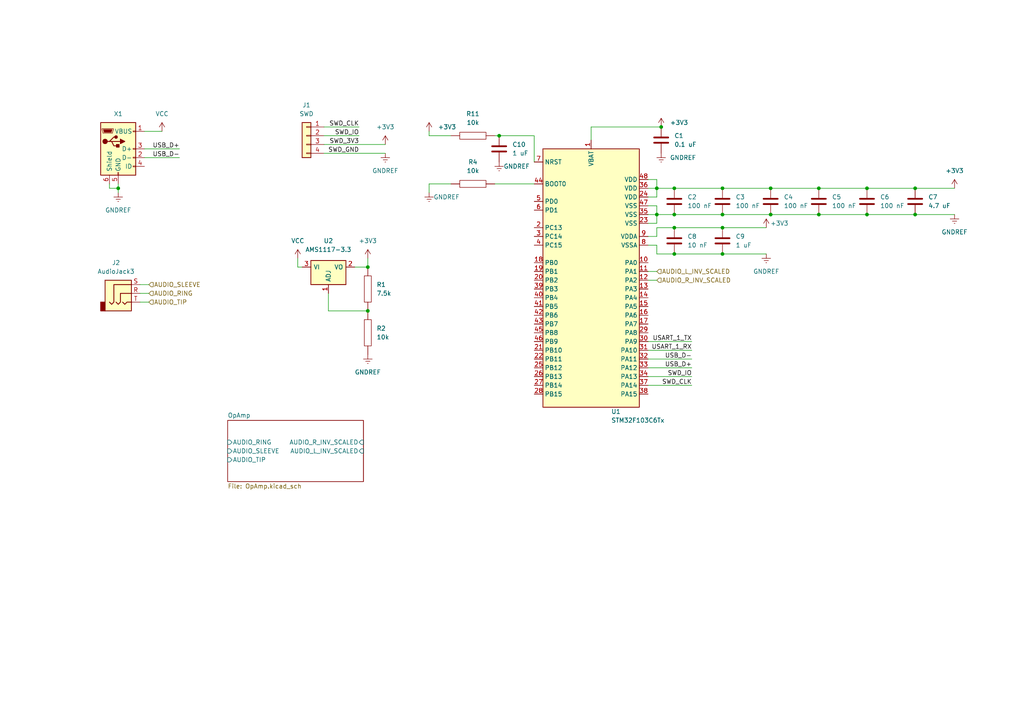
<source format=kicad_sch>
(kicad_sch (version 20231120) (generator "eeschema") (generator_version "8.0")
  (paper "A4")
  (title_block (title "Vorg") (date "2023-07-07") (rev "1"))
  (lib_symbols
    (symbol "Connector:AudioJack3"
      (property "Reference" "J" (at 0 8.89 0))
      (property "Value" "AudioJack3" (at 0 6.35 0))
      (symbol "AudioJack3_0_1"
        (rectangle (start -5.08 -5.08) (end -6.35 -2.54) (stroke (width 0.254)) (fill (type outline)))
        (polyline (pts (xy 0 -2.54) (xy 0.635 -3.175) (xy 1.27 -2.54) (xy 2.54 -2.54)) (stroke (width 0.254)))
        (polyline (pts (xy -1.905 -2.54) (xy -1.27 -3.175) (xy -0.635 -2.54) (xy -0.635 0) (xy 2.54 0)) (stroke (width 0.254)))
        (polyline (pts (xy 2.54 2.54) (xy -2.54 2.54) (xy -2.54 -2.54) (xy -3.175 -3.175) (xy -3.81 -2.54)) (stroke (width 0.254)))
        (rectangle (start 2.54 3.81) (end -5.08 -5.08) (stroke (width 0.254)) (fill (type background)))
      )
      (symbol "AudioJack3_1_1"
        (pin passive line (at 5.08 0 180) (length 2.54) (name "~") (number "R"))
        (pin passive line (at 5.08 2.54 180) (length 2.54) (name "~") (number "S"))
        (pin passive line (at 5.08 -2.54 180) (length 2.54) (name "~") (number "T"))
      )
    )
    (symbol "Connector:USB_B_Micro" (pin_names (offset 1.016))
      (property "Reference" "J" (at -5.08 11.43 0))
      (property "Value" "USB_B_Micro" (at -5.08 8.89 0))
      (symbol "USB_B_Micro_0_1"
        (rectangle (start -5.08 -7.62) (end 5.08 7.62) (stroke (width 0.254)) (fill (type background)))
        (circle (center -3.81 2.159) (radius 0.635) (stroke (width 0.254)) (fill (type outline)))
        (circle (center -0.635 3.429) (radius 0.381) (stroke (width 0.254)) (fill (type outline)))
        (rectangle (start -0.127 -7.62) (end 0.127 -6.858))
        (polyline (pts (xy -1.905 2.159) (xy 0.635 2.159)) (stroke (width 0.254)))
        (polyline (pts (xy -3.175 2.159) (xy -2.54 2.159) (xy -1.27 3.429) (xy -0.635 3.429)) (stroke (width 0.254)))
        (polyline (pts (xy -2.54 2.159) (xy -1.905 2.159) (xy -1.27 0.889) (xy 0 0.889)) (stroke (width 0.254)))
        (polyline (pts (xy 0.635 2.794) (xy 0.635 1.524) (xy 1.905 2.159) (xy 0.635 2.794)) (stroke (width 0.254)) (fill (type outline)))
        (polyline (pts (xy -4.318 5.588) (xy -1.778 5.588) (xy -2.032 4.826) (xy -4.064 4.826) (xy -4.318 5.588)) (fill (type outline)))
        (polyline (pts (xy -4.699 5.842) (xy -4.699 5.588) (xy -4.445 4.826) (xy -4.445 4.572) (xy -1.651 4.572) (xy -1.651 4.826) (xy -1.397 5.588) (xy -1.397 5.842) (xy -4.699 5.842)))
        (rectangle (start 0.254 1.27) (end -0.508 0.508) (stroke (width 0.254)) (fill (type outline)))
        (rectangle (start 5.08 -5.207) (end 4.318 -4.953))
        (rectangle (start 5.08 -2.667) (end 4.318 -2.413))
        (rectangle (start 5.08 -0.127) (end 4.318 0.127))
        (rectangle (start 5.08 4.953) (end 4.318 5.207))
      )
      (symbol "USB_B_Micro_1_1"
        (pin power_out line (at 7.62 5.08 180) (length 2.54) (name "VBUS") (number "1"))
        (pin bidirectional line (at 7.62 -2.54 180) (length 2.54) (name "D-") (number "2"))
        (pin bidirectional line (at 7.62 0 180) (length 2.54) (name "D+") (number "3"))
        (pin passive line (at 7.62 -5.08 180) (length 2.54) (name "ID") (number "4"))
        (pin power_out line (at 0 -10.16 90) (length 2.54) (name "GND") (number "5"))
        (pin passive line (at -2.54 -10.16 90) (length 2.54) (name "Shield") (number "6"))
      )
    )
    (symbol "Connector_Generic:Conn_01x04" (pin_names (offset 1.016) hide)
      (property "Reference" "J" (at 0 5.08 0))
      (property "Value" "Conn_01x04" (at 0 -7.62 0))
      (symbol "Conn_01x04_1_1"
        (rectangle (start -1.27 -4.953) (end 0 -5.207) (stroke (width 0.1524)))
        (rectangle (start -1.27 -2.413) (end 0 -2.667) (stroke (width 0.1524)))
        (rectangle (start -1.27 0.127) (end 0 -0.127) (stroke (width 0.1524)))
        (rectangle (start -1.27 2.667) (end 0 2.413) (stroke (width 0.1524)))
        (rectangle (start -1.27 3.81) (end 1.27 -6.35) (stroke (width 0.254)) (fill (type background)))
        (pin passive line (at -5.08 2.54 0) (length 3.81) (name "Pin_1") (number "1"))
        (pin passive line (at -5.08 0 0) (length 3.81) (name "Pin_2") (number "2"))
        (pin passive line (at -5.08 -2.54 0) (length 3.81) (name "Pin_3") (number "3"))
        (pin passive line (at -5.08 -5.08 0) (length 3.81) (name "Pin_4") (number "4"))
      )
    )
    (symbol "Device:C" (pin_numbers hide) (pin_names (offset 0.254))
      (property "Reference" "C" (at 0.635 2.54 0))
      (property "Value" "C" (at 0.635 -2.54 0))
      (symbol "C_0_1"
        (polyline (pts (xy -2.032 -0.762) (xy 2.032 -0.762)) (stroke (width 0.508)))
        (polyline (pts (xy -2.032 0.762) (xy 2.032 0.762)) (stroke (width 0.508)))
      )
      (symbol "C_1_1"
        (pin passive line (at 0 3.81 270) (length 2.794) (name "~") (number "1"))
        (pin passive line (at 0 -3.81 90) (length 2.794) (name "~") (number "2"))
      )
    )
    (symbol "MCU_ST_STM32F1:STM32F103C6Tx"
      (property "Reference" "U?" (at 4.5594 -38.1 0))
      (property "Value" "STM32F103C6Tx" (at 4.5594 -40.64 0))
      (symbol "STM32F103C6Tx_0_1"
        (rectangle (start -15.24 38.1) (end 12.7 -36.83) (stroke (width 0.254)) (fill (type background)))
      )
      (symbol "STM32F103C6Tx_1_1"
        (pin power_in line (at -1.27 40.64 270) (length 2.54) (name "VBAT") (number "1"))
        (pin bidirectional line (at 15.24 5.08 180) (length 2.54) (name "PA0") (number "10"))
        (pin bidirectional line (at 15.24 2.54 180) (length 2.54) (name "PA1") (number "11"))
        (pin bidirectional line (at 15.24 0 180) (length 2.54) (name "PA2") (number "12"))
        (pin bidirectional line (at 15.24 -2.54 180) (length 2.54) (name "PA3") (number "13"))
        (pin bidirectional line (at 15.24 -5.08 180) (length 2.54) (name "PA4") (number "14"))
        (pin bidirectional line (at 15.24 -7.62 180) (length 2.54) (name "PA5") (number "15"))
        (pin bidirectional line (at 15.24 -10.16 180) (length 2.54) (name "PA6") (number "16"))
        (pin bidirectional line (at 15.24 -12.7 180) (length 2.54) (name "PA7") (number "17"))
        (pin bidirectional line (at -17.78 5.08 0) (length 2.54) (name "PB0") (number "18"))
        (pin bidirectional line (at -17.78 2.54 0) (length 2.54) (name "PB1") (number "19"))
        (pin bidirectional line (at -17.78 15.24 0) (length 2.54) (name "PC13") (number "2"))
        (pin bidirectional line (at -17.78 0 0) (length 2.54) (name "PB2") (number "20"))
        (pin bidirectional line (at -17.78 -20.32 0) (length 2.54) (name "PB10") (number "21"))
        (pin bidirectional line (at -17.78 -22.86 0) (length 2.54) (name "PB11") (number "22"))
        (pin power_in line (at 15.24 16.51 180) (length 2.54) (name "VSS") (number "23"))
        (pin power_in line (at 15.24 24.13 180) (length 2.54) (name "VDD") (number "24"))
        (pin bidirectional line (at -17.78 -25.4 0) (length 2.54) (name "PB12") (number "25"))
        (pin bidirectional line (at -17.78 -27.94 0) (length 2.54) (name "PB13") (number "26"))
        (pin bidirectional line (at -17.78 -30.48 0) (length 2.54) (name "PB14") (number "27"))
        (pin bidirectional line (at -17.78 -33.02 0) (length 2.54) (name "PB15") (number "28"))
        (pin bidirectional line (at 15.24 -15.24 180) (length 2.54) (name "PA8") (number "29"))
        (pin bidirectional line (at -17.78 12.7 0) (length 2.54) (name "PC14") (number "3"))
        (pin bidirectional line (at 15.24 -17.78 180) (length 2.54) (name "PA9") (number "30"))
        (pin bidirectional line (at 15.24 -20.32 180) (length 2.54) (name "PA10") (number "31"))
        (pin bidirectional line (at 15.24 -22.86 180) (length 2.54) (name "PA11") (number "32"))
        (pin bidirectional line (at 15.24 -25.4 180) (length 2.54) (name "PA12") (number "33"))
        (pin bidirectional line (at 15.24 -27.94 180) (length 2.54) (name "PA13") (number "34"))
        (pin power_in line (at 15.24 19.05 180) (length 2.54) (name "VSS") (number "35"))
        (pin power_in line (at 15.24 26.67 180) (length 2.54) (name "VDD") (number "36"))
        (pin bidirectional line (at 15.24 -30.48 180) (length 2.54) (name "PA14") (number "37"))
        (pin bidirectional line (at 15.24 -33.02 180) (length 2.54) (name "PA15") (number "38"))
        (pin bidirectional line (at -17.78 -2.54 0) (length 2.54) (name "PB3") (number "39"))
        (pin bidirectional line (at -17.78 10.16 0) (length 2.54) (name "PC15") (number "4"))
        (pin bidirectional line (at -17.78 -5.08 0) (length 2.54) (name "PB4") (number "40"))
        (pin bidirectional line (at -17.78 -7.62 0) (length 2.54) (name "PB5") (number "41"))
        (pin bidirectional line (at -17.78 -10.16 0) (length 2.54) (name "PB6") (number "42"))
        (pin bidirectional line (at -17.78 -12.7 0) (length 2.54) (name "PB7") (number "43"))
        (pin input line (at -17.78 27.94 0) (length 2.54) (name "BOOT0") (number "44"))
        (pin bidirectional line (at -17.78 -15.24 0) (length 2.54) (name "PB8") (number "45"))
        (pin bidirectional line (at -17.78 -17.78 0) (length 2.54) (name "PB9") (number "46"))
        (pin power_in line (at 15.24 21.59 180) (length 2.54) (name "VSS") (number "47"))
        (pin power_in line (at 15.24 29.21 180) (length 2.54) (name "VDD") (number "48"))
        (pin input line (at -17.78 22.86 0) (length 2.54) (name "PD0") (number "5"))
        (pin input line (at -17.78 20.32 0) (length 2.54) (name "PD1") (number "6"))
        (pin input line (at -17.78 34.29 0) (length 2.54) (name "NRST") (number "7"))
        (pin power_in line (at 15.24 10.16 180) (length 2.54) (name "VSSA") (number "8"))
        (pin power_in line (at 15.24 12.7 180) (length 2.54) (name "VDDA") (number "9"))
      )
    )
    (symbol "Regulator_Linear:AMS1117" (pin_names (offset 0.762))
      (property "Reference" "U" (at -3.81 3.175 0))
      (property "Value" "AMS1117" (at 0 3.175 0))
      (symbol "AMS1117_0_1"
        (rectangle (start -5.08 -5.08) (end 5.08 1.905) (stroke (width 0.254)) (fill (type background)))
      )
      (symbol "AMS1117_1_1"
        (pin input line (at 0 -7.62 90) (length 2.54) (name "ADJ") (number "1"))
        (pin power_out line (at 7.62 0 180) (length 2.54) (name "VO") (number "2"))
        (pin power_in line (at -7.62 0 0) (length 2.54) (name "VI") (number "3"))
      )
    )
    (symbol "power:+3V3" (power) (pin_names (offset 0))
      (property "Value" "+3V3" (at 0 3.556 0))
      (symbol "+3V3_0_1"
        (polyline (pts (xy -0.762 1.27) (xy 0 2.54)))
        (polyline (pts (xy 0 0) (xy 0 2.54)))
        (polyline (pts (xy 0 2.54) (xy 0.762 1.27)))
      )
      (symbol "+3V3_1_1"
        (pin power_in line (at 0 0 90) (length 0) hide (name "+3V3") (number "1"))
      )
    )
    (symbol "power:GNDREF" (power) (pin_names (offset 0))
      (property "Value" "GNDREF" (at 0 -3.81 0))
      (symbol "GNDREF_0_1"
        (polyline (pts (xy -0.635 -1.905) (xy 0.635 -1.905)))
        (polyline (pts (xy -0.127 -2.54) (xy 0.127 -2.54)))
        (polyline (pts (xy 0 -1.27) (xy 0 0)))
        (polyline (pts (xy 1.27 -1.27) (xy -1.27 -1.27)))
      )
      (symbol "GNDREF_1_1"
        (pin power_in line (at 0 0 270) (length 0) hide (name "GNDREF") (number "1"))
      )
    )
    (symbol "power:VCC" (power) (pin_names (offset 0))
      (property "Value" "VCC" (at 0 3.81 0))
      (symbol "VCC_0_1"
        (polyline (pts (xy -0.762 1.27) (xy 0 2.54)))
        (polyline (pts (xy 0 0) (xy 0 2.54)))
        (polyline (pts (xy 0 2.54) (xy 0.762 1.27)))
      )
      (symbol "VCC_1_1"
        (pin power_in line (at 0 0 90) (length 0) hide (name "VCC") (number "1"))
      )
    )
    (symbol "pspice:R" (pin_numbers hide) (pin_names (offset 0))
      (property "Reference" "R" (at 2.032 0 90))
      (property "Value" "R" (at 0 0 90))
      (symbol "R_0_1"
        (rectangle (start -1.016 3.81) (end 1.016 -3.81))
      )
      (symbol "R_1_1"
        (pin passive line (at 0 6.35 270) (length 2.54) (name "~") (number "1"))
        (pin passive line (at 0 -6.35 90) (length 2.54) (name "~") (number "2"))
      )
    )
  )
  (junction (at 191.77 36.83))
  (junction (at 223.52 62.23))
  (junction (at 195.58 73.66))
  (junction (at 223.52 54.61))
  (junction (at 34.29 54.61))
  (junction (at 251.46 62.23))
  (junction (at 209.55 62.23))
  (junction (at 190.5 54.61))
  (junction (at 195.58 66.04))
  (junction (at 265.43 62.23))
  (junction (at 209.55 73.66))
  (junction (at 209.55 66.04))
  (junction (at 251.46 54.61))
  (junction (at 106.68 77.47))
  (junction (at 209.55 54.61))
  (junction (at 237.49 62.23))
  (junction (at 195.58 62.23))
  (junction (at 144.78 39.37))
  (junction (at 195.58 54.61))
  (junction (at 190.5 62.23))
  (junction (at 106.68 90.17))
  (junction (at 265.43 54.61))
  (junction (at 237.49 54.61))
  (wire (pts (xy 40.64 87.63) (xy 43.18 87.63)))
  (wire (pts (xy 223.52 62.23) (xy 237.49 62.23)))
  (wire (pts (xy 237.49 54.61) (xy 251.46 54.61)))
  (wire (pts (xy 190.5 62.23) (xy 195.58 62.23)))
  (wire (pts (xy 31.75 54.61) (xy 34.29 54.61)))
  (wire (pts (xy 106.68 77.47) (xy 106.68 74.93)))
  (wire (pts (xy 190.5 57.15) (xy 190.5 54.61)))
  (wire (pts (xy 190.5 68.58) (xy 187.96 68.58)))
  (wire (pts (xy 195.58 54.61) (xy 209.55 54.61)))
  (wire (pts (xy 190.5 59.69) (xy 190.5 62.23)))
  (wire (pts (xy 124.46 38.1) (xy 124.46 39.37)))
  (wire (pts (xy 190.5 71.12) (xy 190.5 73.66)))
  (wire (pts (xy 187.96 59.69) (xy 190.5 59.69)))
  (wire (pts (xy 190.5 64.77) (xy 187.96 64.77)))
  (wire (pts (xy 265.43 62.23) (xy 276.86 62.23)))
  (wire (pts (xy 187.96 81.28) (xy 190.5 81.28)))
  (wire (pts (xy 124.46 53.34) (xy 124.46 55.88)))
  (wire (pts (xy 41.91 38.1) (xy 46.99 38.1)))
  (wire (pts (xy 171.45 36.83) (xy 191.77 36.83)))
  (wire (pts (xy 34.29 53.34) (xy 34.29 54.61)))
  (wire (pts (xy 93.98 39.37) (xy 104.14 39.37)))
  (wire (pts (xy 190.5 66.04) (xy 195.58 66.04)))
  (wire (pts (xy 95.25 90.17) (xy 106.68 90.17)))
  (wire (pts (xy 144.78 39.37) (xy 154.94 39.37)))
  (wire (pts (xy 124.46 39.37) (xy 130.81 39.37)))
  (wire (pts (xy 130.81 53.34) (xy 124.46 53.34)))
  (wire (pts (xy 102.87 77.47) (xy 106.68 77.47)))
  (wire (pts (xy 223.52 54.61) (xy 237.49 54.61)))
  (wire (pts (xy 187.96 78.74) (xy 190.5 78.74)))
  (wire (pts (xy 190.5 68.58) (xy 190.5 66.04)))
  (wire (pts (xy 195.58 62.23) (xy 209.55 62.23)))
  (wire (pts (xy 143.51 39.37) (xy 144.78 39.37)))
  (wire (pts (xy 251.46 62.23) (xy 265.43 62.23)))
  (wire (pts (xy 87.63 77.47) (xy 86.36 77.47)))
  (wire (pts (xy 187.96 57.15) (xy 190.5 57.15)))
  (wire (pts (xy 86.36 74.93) (xy 86.36 77.47)))
  (wire (pts (xy 190.5 62.23) (xy 190.5 64.77)))
  (wire (pts (xy 93.98 44.45) (xy 111.76 44.45)))
  (wire (pts (xy 40.64 85.09) (xy 43.18 85.09)))
  (wire (pts (xy 209.55 66.04) (xy 222.25 66.04)))
  (wire (pts (xy 209.55 73.66) (xy 222.25 73.66)))
  (wire (pts (xy 187.96 104.14) (xy 200.66 104.14)))
  (wire (pts (xy 251.46 54.61) (xy 265.43 54.61)))
  (wire (pts (xy 31.75 53.34) (xy 31.75 54.61)))
  (wire (pts (xy 195.58 66.04) (xy 209.55 66.04)))
  (wire (pts (xy 190.5 52.07) (xy 187.96 52.07)))
  (wire (pts (xy 187.96 109.22) (xy 200.66 109.22)))
  (wire (pts (xy 154.94 39.37) (xy 154.94 46.99)))
  (wire (pts (xy 93.98 36.83) (xy 104.14 36.83)))
  (wire (pts (xy 195.58 73.66) (xy 209.55 73.66)))
  (wire (pts (xy 93.98 41.91) (xy 111.76 41.91)))
  (wire (pts (xy 190.5 73.66) (xy 195.58 73.66)))
  (wire (pts (xy 41.91 45.72) (xy 52.07 45.72)))
  (wire (pts (xy 265.43 54.61) (xy 276.86 54.61)))
  (wire (pts (xy 171.45 40.64) (xy 171.45 36.83)))
  (wire (pts (xy 209.55 62.23) (xy 223.52 62.23)))
  (wire (pts (xy 40.64 82.55) (xy 43.18 82.55)))
  (wire (pts (xy 187.96 111.76) (xy 200.66 111.76)))
  (wire (pts (xy 209.55 54.61) (xy 223.52 54.61)))
  (wire (pts (xy 154.94 53.34) (xy 143.51 53.34)))
  (wire (pts (xy 187.96 99.06) (xy 200.66 99.06)))
  (wire (pts (xy 187.96 54.61) (xy 190.5 54.61)))
  (wire (pts (xy 34.29 54.61) (xy 34.29 55.88)))
  (wire (pts (xy 41.91 43.18) (xy 52.07 43.18)))
  (wire (pts (xy 190.5 54.61) (xy 190.5 52.07)))
  (wire (pts (xy 237.49 62.23) (xy 251.46 62.23)))
  (wire (pts (xy 190.5 71.12) (xy 187.96 71.12)))
  (wire (pts (xy 95.25 85.09) (xy 95.25 90.17)))
  (wire (pts (xy 187.96 106.68) (xy 200.66 106.68)))
  (wire (pts (xy 187.96 101.6) (xy 200.66 101.6)))
  (wire (pts (xy 187.96 62.23) (xy 190.5 62.23)))
  (wire (pts (xy 190.5 54.61) (xy 195.58 54.61)))
  (label "USB_D+" (at 200.66 106.68 180))
  (label "USB_D-" (at 52.07 45.72 180))
  (label "SWD_CLK" (at 200.66 111.76 180))
  (label "SWD_CLK" (at 104.14 36.83 180))
  (label "USART_1_TX" (at 200.66 99.06 180))
  (label "SWD_3V3" (at 104.14 41.91 180))
  (label "SWD_IO" (at 200.66 109.22 180))
  (label "USART_1_RX" (at 200.66 101.6 180))
  (label "SWD_GND" (at 104.14 44.45 180))
  (label "USB_D-" (at 200.66 104.14 180))
  (label "USB_D+" (at 52.07 43.18 180))
  (label "SWD_IO" (at 104.14 39.37 180))
  (hierarchical_label "AUDIO_RING" (shape input) (at 43.18 85.09 0))
  (hierarchical_label "AUDIO_TIP" (shape input) (at 43.18 87.63 0))
  (hierarchical_label "AUDIO_SLEEVE" (shape input) (at 43.18 82.55 0))
  (hierarchical_label "AUDIO_L_INV_SCALED" (shape input) (at 190.5 78.74 0))
  (hierarchical_label "AUDIO_R_INV_SCALED" (shape input) (at 190.5 81.28 0))
  (symbol (lib_id "power:GNDREF") (at 144.78 46.99 0) (unit 1)
    (property "Reference" "#PWR02" (effects (hide yes)))
    (property "Value" "GNDREF" (at 146.05 48.26 0) (effects (justify left)))
  )
  (symbol (lib_id "pspice:R") (at 137.16 53.34 90) (unit 1)
    (property "Reference" "R4" (at 137.16 46.99 90))
    (property "Value" "10k" (at 137.16 49.53 90))
  )
  (symbol (lib_id "Device:C") (at 195.58 58.42 0) (unit 1)
    (property "Reference" "C2" (at 199.39 57.1499 0) (effects (justify left)))
    (property "Value" "100 nF" (at 199.39 59.6899 0) (effects (justify left)))
  )
  (symbol (lib_id "Device:C") (at 191.77 40.64 0) (unit 1)
    (property "Reference" "C1" (at 195.58 39.3699 0) (effects (justify left)))
    (property "Value" "0.1 uF" (at 195.58 41.9099 0) (effects (justify left)))
  )
  (symbol (lib_id "Device:C") (at 144.78 43.18 0) (unit 1)
    (property "Reference" "C10" (at 148.59 41.9099 0) (effects (justify left)))
    (property "Value" "1 uF" (at 148.59 44.4499 0) (effects (justify left)))
  )
  (symbol (lib_id "Device:C") (at 251.46 58.42 0) (unit 1)
    (property "Reference" "C6" (at 255.27 57.1499 0) (effects (justify left)))
    (property "Value" "100 nF" (at 255.27 59.6899 0) (effects (justify left)))
  )
  (symbol (lib_id "power:VCC") (at 46.99 38.1 0) (unit 1)
    (property "Reference" "#PWR0101" (effects (hide yes)))
    (property "Value" "VCC" (at 46.99 33.02 0))
  )
  (symbol (lib_id "Device:C") (at 195.58 69.85 0) (unit 1)
    (property "Reference" "C8" (at 199.39 68.5799 0) (effects (justify left)))
    (property "Value" "10 nF" (at 199.39 71.1199 0) (effects (justify left)))
  )
  (symbol (lib_id "Device:C") (at 265.43 58.42 0) (unit 1)
    (property "Reference" "C7" (at 269.24 57.1499 0) (effects (justify left)))
    (property "Value" "4.7 uF" (at 269.24 59.6899 0) (effects (justify left)))
  )
  (symbol (lib_id "power:GNDREF") (at 106.68 102.87 0) (unit 1)
    (property "Reference" "#PWR0102" (effects (hide yes)))
    (property "Value" "GNDREF" (at 106.68 107.95 0))
  )
  (symbol (lib_id "pspice:R") (at 137.16 39.37 90) (unit 1)
    (property "Reference" "R11" (at 137.16 33.02 90))
    (property "Value" "10k" (at 137.16 35.56 90))
  )
  (symbol (lib_id "power:GNDREF") (at 124.46 55.88 0) (unit 1)
    (property "Reference" "#PWR03" (effects (hide yes)))
    (property "Value" "GNDREF" (at 125.73 57.15 0) (effects (justify left)))
  )
  (symbol (lib_id "power:+3V3") (at 222.25 66.04 0) (unit 1)
    (property "Reference" "#PWR0113" (effects (hide yes)))
    (property "Value" "+3V3" (at 226.06 64.77 0))
  )
  (symbol (lib_id "MCU_ST_STM32F1:STM32F103C6Tx") (at 172.72 81.28 0) (unit 1)
    (property "Reference" "U1" (at 177.2794 119.38 0) (effects (justify left)))
    (property "Value" "STM32F103C6Tx" (at 177.2794 121.92 0) (effects (justify left)))
    (property "Footprint" "Package_QFP:LQFP-48_7x7mm_P0.5mm" (effects (hide yes)))
    (property "Datasheet" "http://www.st.com/st-web-ui/static/active/en/resource/technical/document/datasheet/CD00210843.pdf" (effects (hide yes)))
  )
  (symbol (lib_id "Regulator_Linear:AMS1117") (at 95.25 77.47 0) (unit 1)
    (property "Reference" "U2" (at 95.25 69.85 0))
    (property "Value" "AMS1117-3.3" (at 95.25 72.39 0))
    (property "Footprint" "Package_TO_SOT_SMD:SOT-223-3_TabPin2" (effects (hide yes)))
    (property "Datasheet" "http://www.advanced-monolithic.com/pdf/ds1117.pdf" (effects (hide yes)))
  )
  (symbol (lib_id "power:+3V3") (at 191.77 36.83 0) (unit 1)
    (property "Reference" "#PWR0109" (effects (hide yes)))
    (property "Value" "+3V3" (at 194.31 35.5599 0) (effects (justify left)))
  )
  (symbol (lib_id "power:GNDREF") (at 191.77 44.45 0) (unit 1)
    (property "Reference" "#PWR0108" (effects (hide yes)))
    (property "Value" "GNDREF" (at 194.31 45.7199 0) (effects (justify left)))
  )
  (symbol (lib_id "power:+3V3") (at 111.76 41.91 0) (unit 1)
    (property "Reference" "#PWR0104" (effects (hide yes)))
    (property "Value" "+3V3" (at 111.76 36.83 0))
  )
  (symbol (lib_id "Connector_Generic:Conn_01x04") (at 88.9 39.37 0) (mirror y) (unit 1)
    (property "Reference" "J1" (at 88.9 30.48 0))
    (property "Value" "SWD" (at 88.9 33.02 0))
  )
  (symbol (lib_id "power:+3V3") (at 276.86 54.61 0) (unit 1)
    (property "Reference" "#PWR0110" (effects (hide yes)))
    (property "Value" "+3V3" (at 276.86 49.53 0))
  )
  (symbol (lib_id "Device:C") (at 209.55 58.42 0) (unit 1)
    (property "Reference" "C3" (at 213.36 57.1499 0) (effects (justify left)))
    (property "Value" "100 nF" (at 213.36 59.6899 0) (effects (justify left)))
  )
  (symbol (lib_id "power:GNDREF") (at 34.29 55.88 0) (unit 1)
    (property "Reference" "#PWR0105" (effects (hide yes)))
    (property "Value" "GNDREF" (at 34.29 60.96 0))
  )
  (symbol (lib_id "Device:C") (at 209.55 69.85 0) (unit 1)
    (property "Reference" "C9" (at 213.36 68.5799 0) (effects (justify left)))
    (property "Value" "1 uF" (at 213.36 71.1199 0) (effects (justify left)))
  )
  (symbol (lib_id "power:+3V3") (at 106.68 74.93 0) (unit 1)
    (property "Reference" "#PWR0106" (effects (hide yes)))
    (property "Value" "+3V3" (at 106.68 69.85 0))
  )
  (symbol (lib_id "Connector:USB_B_Micro") (at 34.29 43.18 0) (unit 1)
    (property "Reference" "X1" (at 34.29 33.02 0))
    (property "Value" "USB_B_Micro" (effects (hide yes)))
  )
  (symbol (lib_id "Connector:AudioJack3") (at 35.56 85.09 0) (unit 1)
    (property "Reference" "J2" (at 33.655 76.2 0))
    (property "Value" "AudioJack3" (at 33.655 78.74 0))
  )
  (symbol (lib_id "pspice:R") (at 106.68 83.82 0) (unit 1)
    (property "Reference" "R1" (at 109.22 82.5499 0) (effects (justify left)))
    (property "Value" "7.5k" (at 109.22 85.0899 0) (effects (justify left)))
  )
  (symbol (lib_id "pspice:R") (at 106.68 96.52 0) (unit 1)
    (property "Reference" "R2" (at 109.22 95.2499 0) (effects (justify left)))
    (property "Value" "10k" (at 109.22 97.7899 0) (effects (justify left)))
  )
  (symbol (lib_id "power:GNDREF") (at 111.76 44.45 0) (unit 1)
    (property "Reference" "#PWR0103" (effects (hide yes)))
    (property "Value" "GNDREF" (at 111.76 49.53 0))
  )
  (symbol (lib_id "power:+3V3") (at 124.46 38.1 0) (unit 1)
    (property "Reference" "#PWR01" (effects (hide yes)))
    (property "Value" "+3V3" (at 127 36.8299 0) (effects (justify left)))
  )
  (symbol (lib_id "power:GNDREF") (at 276.86 62.23 0) (unit 1)
    (property "Reference" "#PWR0111" (effects (hide yes)))
    (property "Value" "GNDREF" (at 276.86 67.31 0))
  )
  (symbol (lib_id "Device:C") (at 223.52 58.42 0) (unit 1)
    (property "Reference" "C4" (at 227.33 57.1499 0) (effects (justify left)))
    (property "Value" "100 nF" (at 227.33 59.6899 0) (effects (justify left)))
  )
  (symbol (lib_id "Device:C") (at 237.49 58.42 0) (unit 1)
    (property "Reference" "C5" (at 241.3 57.1499 0) (effects (justify left)))
    (property "Value" "100 nF" (at 241.3 59.6899 0) (effects (justify left)))
  )
  (symbol (lib_id "power:GNDREF") (at 222.25 73.66 0) (unit 1)
    (property "Reference" "#PWR0112" (effects (hide yes)))
    (property "Value" "GNDREF" (at 222.25 78.74 0))
  )
  (symbol (lib_id "power:VCC") (at 86.36 74.93 0) (unit 1)
    (property "Reference" "#PWR0107" (effects (hide yes)))
    (property "Value" "VCC" (at 86.36 69.85 0))
  )
  (sheet (at 66.04 121.92) (size 39.37 17.78) (stroke (width 0.1524))
    (property "Sheetname" "OpAmp" (at 66.04 121.2084 0) (effects (justify left bottom)))
    (property "Sheetfile" "OpAmp.kicad_sch" (at 66.04 140.2846 0) (effects (justify left top)))
    (pin "AUDIO_RING" input (at 66.04 128.27 180))
    (pin "AUDIO_SLEEVE" input (at 66.04 130.81 180))
    (pin "AUDIO_R_INV_SCALED" input (at 105.41 128.27 0))
    (pin "AUDIO_TIP" input (at 66.04 133.35 180))
    (pin "AUDIO_L_INV_SCALED" input (at 105.41 130.81 0))
  )
)
</source>
